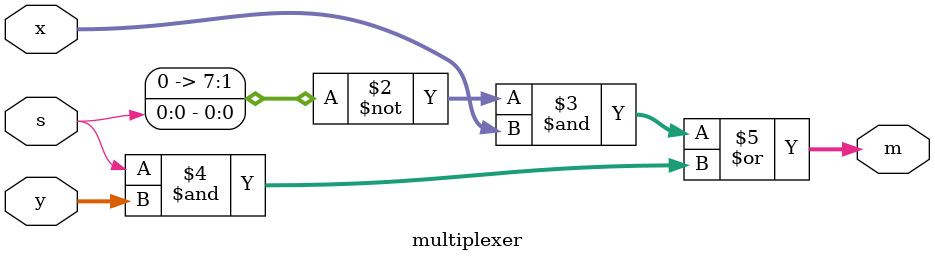
<source format=v>

module multiplexer(
	// Inputs
	input [7:0] x,
	input [7:0] y,
	input s,
	
	// Outputs
	output [7:0] m
);

assign m = (~s&x) | (s&y);

endmodule
</source>
